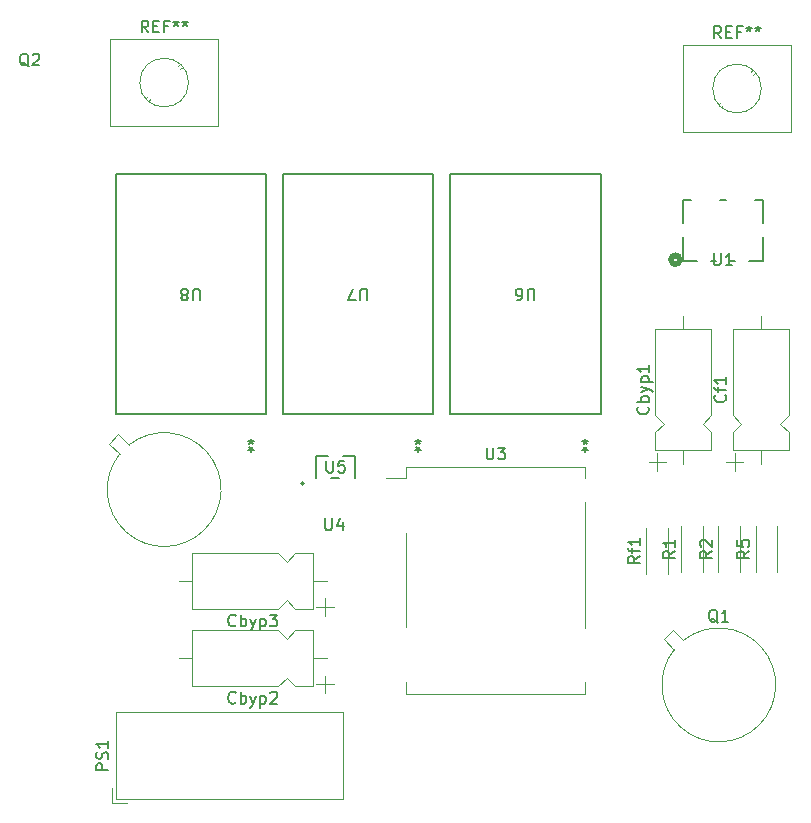
<source format=gbr>
%TF.GenerationSoftware,KiCad,Pcbnew,8.0.1*%
%TF.CreationDate,2024-03-27T00:26:10+01:00*%
%TF.ProjectId,recruitment,72656372-7569-4746-9d65-6e742e6b6963,V0*%
%TF.SameCoordinates,Original*%
%TF.FileFunction,Legend,Top*%
%TF.FilePolarity,Positive*%
%FSLAX46Y46*%
G04 Gerber Fmt 4.6, Leading zero omitted, Abs format (unit mm)*
G04 Created by KiCad (PCBNEW 8.0.1) date 2024-03-27 00:26:10*
%MOMM*%
%LPD*%
G01*
G04 APERTURE LIST*
%ADD10C,0.150000*%
%ADD11C,0.120000*%
%ADD12C,0.152400*%
%ADD13C,0.508000*%
G04 APERTURE END LIST*
D10*
X154016666Y-63004819D02*
X153683333Y-62528628D01*
X153445238Y-63004819D02*
X153445238Y-62004819D01*
X153445238Y-62004819D02*
X153826190Y-62004819D01*
X153826190Y-62004819D02*
X153921428Y-62052438D01*
X153921428Y-62052438D02*
X153969047Y-62100057D01*
X153969047Y-62100057D02*
X154016666Y-62195295D01*
X154016666Y-62195295D02*
X154016666Y-62338152D01*
X154016666Y-62338152D02*
X153969047Y-62433390D01*
X153969047Y-62433390D02*
X153921428Y-62481009D01*
X153921428Y-62481009D02*
X153826190Y-62528628D01*
X153826190Y-62528628D02*
X153445238Y-62528628D01*
X154445238Y-62481009D02*
X154778571Y-62481009D01*
X154921428Y-63004819D02*
X154445238Y-63004819D01*
X154445238Y-63004819D02*
X154445238Y-62004819D01*
X154445238Y-62004819D02*
X154921428Y-62004819D01*
X155683333Y-62481009D02*
X155350000Y-62481009D01*
X155350000Y-63004819D02*
X155350000Y-62004819D01*
X155350000Y-62004819D02*
X155826190Y-62004819D01*
X156350000Y-62004819D02*
X156350000Y-62242914D01*
X156111905Y-62147676D02*
X156350000Y-62242914D01*
X156350000Y-62242914D02*
X156588095Y-62147676D01*
X156207143Y-62433390D02*
X156350000Y-62242914D01*
X156350000Y-62242914D02*
X156492857Y-62433390D01*
X157111905Y-62004819D02*
X157111905Y-62242914D01*
X156873810Y-62147676D02*
X157111905Y-62242914D01*
X157111905Y-62242914D02*
X157350000Y-62147676D01*
X156969048Y-62433390D02*
X157111905Y-62242914D01*
X157111905Y-62242914D02*
X157254762Y-62433390D01*
X105516666Y-62504819D02*
X105183333Y-62028628D01*
X104945238Y-62504819D02*
X104945238Y-61504819D01*
X104945238Y-61504819D02*
X105326190Y-61504819D01*
X105326190Y-61504819D02*
X105421428Y-61552438D01*
X105421428Y-61552438D02*
X105469047Y-61600057D01*
X105469047Y-61600057D02*
X105516666Y-61695295D01*
X105516666Y-61695295D02*
X105516666Y-61838152D01*
X105516666Y-61838152D02*
X105469047Y-61933390D01*
X105469047Y-61933390D02*
X105421428Y-61981009D01*
X105421428Y-61981009D02*
X105326190Y-62028628D01*
X105326190Y-62028628D02*
X104945238Y-62028628D01*
X105945238Y-61981009D02*
X106278571Y-61981009D01*
X106421428Y-62504819D02*
X105945238Y-62504819D01*
X105945238Y-62504819D02*
X105945238Y-61504819D01*
X105945238Y-61504819D02*
X106421428Y-61504819D01*
X107183333Y-61981009D02*
X106850000Y-61981009D01*
X106850000Y-62504819D02*
X106850000Y-61504819D01*
X106850000Y-61504819D02*
X107326190Y-61504819D01*
X107850000Y-61504819D02*
X107850000Y-61742914D01*
X107611905Y-61647676D02*
X107850000Y-61742914D01*
X107850000Y-61742914D02*
X108088095Y-61647676D01*
X107707143Y-61933390D02*
X107850000Y-61742914D01*
X107850000Y-61742914D02*
X107992857Y-61933390D01*
X108611905Y-61504819D02*
X108611905Y-61742914D01*
X108373810Y-61647676D02*
X108611905Y-61742914D01*
X108611905Y-61742914D02*
X108850000Y-61647676D01*
X108469048Y-61933390D02*
X108611905Y-61742914D01*
X108611905Y-61742914D02*
X108754762Y-61933390D01*
X109874704Y-85207880D02*
X109874704Y-84398357D01*
X109874704Y-84398357D02*
X109827085Y-84303119D01*
X109827085Y-84303119D02*
X109779466Y-84255500D01*
X109779466Y-84255500D02*
X109684228Y-84207880D01*
X109684228Y-84207880D02*
X109493752Y-84207880D01*
X109493752Y-84207880D02*
X109398514Y-84255500D01*
X109398514Y-84255500D02*
X109350895Y-84303119D01*
X109350895Y-84303119D02*
X109303276Y-84398357D01*
X109303276Y-84398357D02*
X109303276Y-85207880D01*
X108684228Y-84779309D02*
X108779466Y-84826928D01*
X108779466Y-84826928D02*
X108827085Y-84874547D01*
X108827085Y-84874547D02*
X108874704Y-84969785D01*
X108874704Y-84969785D02*
X108874704Y-85017404D01*
X108874704Y-85017404D02*
X108827085Y-85112642D01*
X108827085Y-85112642D02*
X108779466Y-85160261D01*
X108779466Y-85160261D02*
X108684228Y-85207880D01*
X108684228Y-85207880D02*
X108493752Y-85207880D01*
X108493752Y-85207880D02*
X108398514Y-85160261D01*
X108398514Y-85160261D02*
X108350895Y-85112642D01*
X108350895Y-85112642D02*
X108303276Y-85017404D01*
X108303276Y-85017404D02*
X108303276Y-84969785D01*
X108303276Y-84969785D02*
X108350895Y-84874547D01*
X108350895Y-84874547D02*
X108398514Y-84826928D01*
X108398514Y-84826928D02*
X108493752Y-84779309D01*
X108493752Y-84779309D02*
X108684228Y-84779309D01*
X108684228Y-84779309D02*
X108779466Y-84731690D01*
X108779466Y-84731690D02*
X108827085Y-84684071D01*
X108827085Y-84684071D02*
X108874704Y-84588833D01*
X108874704Y-84588833D02*
X108874704Y-84398357D01*
X108874704Y-84398357D02*
X108827085Y-84303119D01*
X108827085Y-84303119D02*
X108779466Y-84255500D01*
X108779466Y-84255500D02*
X108684228Y-84207880D01*
X108684228Y-84207880D02*
X108493752Y-84207880D01*
X108493752Y-84207880D02*
X108398514Y-84255500D01*
X108398514Y-84255500D02*
X108350895Y-84303119D01*
X108350895Y-84303119D02*
X108303276Y-84398357D01*
X108303276Y-84398357D02*
X108303276Y-84588833D01*
X108303276Y-84588833D02*
X108350895Y-84684071D01*
X108350895Y-84684071D02*
X108398514Y-84731690D01*
X108398514Y-84731690D02*
X108493752Y-84779309D01*
X114192800Y-96923352D02*
X114192800Y-97161447D01*
X113954705Y-97066209D02*
X114192800Y-97161447D01*
X114192800Y-97161447D02*
X114430895Y-97066209D01*
X114049943Y-97351923D02*
X114192800Y-97161447D01*
X114192800Y-97161447D02*
X114335657Y-97351923D01*
X114192799Y-98013713D02*
X114192799Y-97775618D01*
X114430894Y-97870856D02*
X114192799Y-97775618D01*
X114192799Y-97775618D02*
X113954704Y-97870856D01*
X114335656Y-97585142D02*
X114192799Y-97775618D01*
X114192799Y-97775618D02*
X114049942Y-97585142D01*
X124031904Y-85207880D02*
X124031904Y-84398357D01*
X124031904Y-84398357D02*
X123984285Y-84303119D01*
X123984285Y-84303119D02*
X123936666Y-84255500D01*
X123936666Y-84255500D02*
X123841428Y-84207880D01*
X123841428Y-84207880D02*
X123650952Y-84207880D01*
X123650952Y-84207880D02*
X123555714Y-84255500D01*
X123555714Y-84255500D02*
X123508095Y-84303119D01*
X123508095Y-84303119D02*
X123460476Y-84398357D01*
X123460476Y-84398357D02*
X123460476Y-85207880D01*
X123079523Y-85207880D02*
X122412857Y-85207880D01*
X122412857Y-85207880D02*
X122841428Y-84207880D01*
X128350000Y-96923352D02*
X128350000Y-97161447D01*
X128111905Y-97066209D02*
X128350000Y-97161447D01*
X128350000Y-97161447D02*
X128588095Y-97066209D01*
X128207143Y-97351923D02*
X128350000Y-97161447D01*
X128350000Y-97161447D02*
X128492857Y-97351923D01*
X128349999Y-98013713D02*
X128349999Y-97775618D01*
X128588094Y-97870856D02*
X128349999Y-97775618D01*
X128349999Y-97775618D02*
X128111904Y-97870856D01*
X128492856Y-97585142D02*
X128349999Y-97775618D01*
X128349999Y-97775618D02*
X128207142Y-97585142D01*
X138189104Y-85207880D02*
X138189104Y-84398357D01*
X138189104Y-84398357D02*
X138141485Y-84303119D01*
X138141485Y-84303119D02*
X138093866Y-84255500D01*
X138093866Y-84255500D02*
X137998628Y-84207880D01*
X137998628Y-84207880D02*
X137808152Y-84207880D01*
X137808152Y-84207880D02*
X137712914Y-84255500D01*
X137712914Y-84255500D02*
X137665295Y-84303119D01*
X137665295Y-84303119D02*
X137617676Y-84398357D01*
X137617676Y-84398357D02*
X137617676Y-85207880D01*
X136712914Y-85207880D02*
X136903390Y-85207880D01*
X136903390Y-85207880D02*
X136998628Y-85160261D01*
X136998628Y-85160261D02*
X137046247Y-85112642D01*
X137046247Y-85112642D02*
X137141485Y-84969785D01*
X137141485Y-84969785D02*
X137189104Y-84779309D01*
X137189104Y-84779309D02*
X137189104Y-84398357D01*
X137189104Y-84398357D02*
X137141485Y-84303119D01*
X137141485Y-84303119D02*
X137093866Y-84255500D01*
X137093866Y-84255500D02*
X136998628Y-84207880D01*
X136998628Y-84207880D02*
X136808152Y-84207880D01*
X136808152Y-84207880D02*
X136712914Y-84255500D01*
X136712914Y-84255500D02*
X136665295Y-84303119D01*
X136665295Y-84303119D02*
X136617676Y-84398357D01*
X136617676Y-84398357D02*
X136617676Y-84636452D01*
X136617676Y-84636452D02*
X136665295Y-84731690D01*
X136665295Y-84731690D02*
X136712914Y-84779309D01*
X136712914Y-84779309D02*
X136808152Y-84826928D01*
X136808152Y-84826928D02*
X136998628Y-84826928D01*
X136998628Y-84826928D02*
X137093866Y-84779309D01*
X137093866Y-84779309D02*
X137141485Y-84731690D01*
X137141485Y-84731690D02*
X137189104Y-84636452D01*
X142507200Y-96923352D02*
X142507200Y-97161447D01*
X142269105Y-97066209D02*
X142507200Y-97161447D01*
X142507200Y-97161447D02*
X142745295Y-97066209D01*
X142364343Y-97351923D02*
X142507200Y-97161447D01*
X142507200Y-97161447D02*
X142650057Y-97351923D01*
X142507199Y-98013713D02*
X142507199Y-97775618D01*
X142745294Y-97870856D02*
X142507199Y-97775618D01*
X142507199Y-97775618D02*
X142269104Y-97870856D01*
X142650056Y-97585142D02*
X142507199Y-97775618D01*
X142507199Y-97775618D02*
X142364342Y-97585142D01*
X120588095Y-98781619D02*
X120588095Y-99591142D01*
X120588095Y-99591142D02*
X120635714Y-99686380D01*
X120635714Y-99686380D02*
X120683333Y-99734000D01*
X120683333Y-99734000D02*
X120778571Y-99781619D01*
X120778571Y-99781619D02*
X120969047Y-99781619D01*
X120969047Y-99781619D02*
X121064285Y-99734000D01*
X121064285Y-99734000D02*
X121111904Y-99686380D01*
X121111904Y-99686380D02*
X121159523Y-99591142D01*
X121159523Y-99591142D02*
X121159523Y-98781619D01*
X122111904Y-98781619D02*
X121635714Y-98781619D01*
X121635714Y-98781619D02*
X121588095Y-99257809D01*
X121588095Y-99257809D02*
X121635714Y-99210190D01*
X121635714Y-99210190D02*
X121730952Y-99162571D01*
X121730952Y-99162571D02*
X121969047Y-99162571D01*
X121969047Y-99162571D02*
X122064285Y-99210190D01*
X122064285Y-99210190D02*
X122111904Y-99257809D01*
X122111904Y-99257809D02*
X122159523Y-99353047D01*
X122159523Y-99353047D02*
X122159523Y-99591142D01*
X122159523Y-99591142D02*
X122111904Y-99686380D01*
X122111904Y-99686380D02*
X122064285Y-99734000D01*
X122064285Y-99734000D02*
X121969047Y-99781619D01*
X121969047Y-99781619D02*
X121730952Y-99781619D01*
X121730952Y-99781619D02*
X121635714Y-99734000D01*
X121635714Y-99734000D02*
X121588095Y-99686380D01*
X120487895Y-103664818D02*
X120487895Y-104474341D01*
X120487895Y-104474341D02*
X120535514Y-104569579D01*
X120535514Y-104569579D02*
X120583133Y-104617199D01*
X120583133Y-104617199D02*
X120678371Y-104664818D01*
X120678371Y-104664818D02*
X120868847Y-104664818D01*
X120868847Y-104664818D02*
X120964085Y-104617199D01*
X120964085Y-104617199D02*
X121011704Y-104569579D01*
X121011704Y-104569579D02*
X121059323Y-104474341D01*
X121059323Y-104474341D02*
X121059323Y-103664818D01*
X121964085Y-103998151D02*
X121964085Y-104664818D01*
X121725990Y-103617199D02*
X121487895Y-104331484D01*
X121487895Y-104331484D02*
X122106942Y-104331484D01*
X134163095Y-97666819D02*
X134163095Y-98476342D01*
X134163095Y-98476342D02*
X134210714Y-98571580D01*
X134210714Y-98571580D02*
X134258333Y-98619200D01*
X134258333Y-98619200D02*
X134353571Y-98666819D01*
X134353571Y-98666819D02*
X134544047Y-98666819D01*
X134544047Y-98666819D02*
X134639285Y-98619200D01*
X134639285Y-98619200D02*
X134686904Y-98571580D01*
X134686904Y-98571580D02*
X134734523Y-98476342D01*
X134734523Y-98476342D02*
X134734523Y-97666819D01*
X135115476Y-97666819D02*
X135734523Y-97666819D01*
X135734523Y-97666819D02*
X135401190Y-98047771D01*
X135401190Y-98047771D02*
X135544047Y-98047771D01*
X135544047Y-98047771D02*
X135639285Y-98095390D01*
X135639285Y-98095390D02*
X135686904Y-98143009D01*
X135686904Y-98143009D02*
X135734523Y-98238247D01*
X135734523Y-98238247D02*
X135734523Y-98476342D01*
X135734523Y-98476342D02*
X135686904Y-98571580D01*
X135686904Y-98571580D02*
X135639285Y-98619200D01*
X135639285Y-98619200D02*
X135544047Y-98666819D01*
X135544047Y-98666819D02*
X135258333Y-98666819D01*
X135258333Y-98666819D02*
X135163095Y-98619200D01*
X135163095Y-98619200D02*
X135115476Y-98571580D01*
X153388095Y-81214819D02*
X153388095Y-82024342D01*
X153388095Y-82024342D02*
X153435714Y-82119580D01*
X153435714Y-82119580D02*
X153483333Y-82167200D01*
X153483333Y-82167200D02*
X153578571Y-82214819D01*
X153578571Y-82214819D02*
X153769047Y-82214819D01*
X153769047Y-82214819D02*
X153864285Y-82167200D01*
X153864285Y-82167200D02*
X153911904Y-82119580D01*
X153911904Y-82119580D02*
X153959523Y-82024342D01*
X153959523Y-82024342D02*
X153959523Y-81214819D01*
X154959523Y-82214819D02*
X154388095Y-82214819D01*
X154673809Y-82214819D02*
X154673809Y-81214819D01*
X154673809Y-81214819D02*
X154578571Y-81357676D01*
X154578571Y-81357676D02*
X154483333Y-81452914D01*
X154483333Y-81452914D02*
X154388095Y-81500533D01*
X147137319Y-106862381D02*
X146661128Y-107195714D01*
X147137319Y-107433809D02*
X146137319Y-107433809D01*
X146137319Y-107433809D02*
X146137319Y-107052857D01*
X146137319Y-107052857D02*
X146184938Y-106957619D01*
X146184938Y-106957619D02*
X146232557Y-106910000D01*
X146232557Y-106910000D02*
X146327795Y-106862381D01*
X146327795Y-106862381D02*
X146470652Y-106862381D01*
X146470652Y-106862381D02*
X146565890Y-106910000D01*
X146565890Y-106910000D02*
X146613509Y-106957619D01*
X146613509Y-106957619D02*
X146661128Y-107052857D01*
X146661128Y-107052857D02*
X146661128Y-107433809D01*
X146470652Y-106576666D02*
X146470652Y-106195714D01*
X147137319Y-106433809D02*
X146280176Y-106433809D01*
X146280176Y-106433809D02*
X146184938Y-106386190D01*
X146184938Y-106386190D02*
X146137319Y-106290952D01*
X146137319Y-106290952D02*
X146137319Y-106195714D01*
X147137319Y-105338571D02*
X147137319Y-105909999D01*
X147137319Y-105624285D02*
X146137319Y-105624285D01*
X146137319Y-105624285D02*
X146280176Y-105719523D01*
X146280176Y-105719523D02*
X146375414Y-105814761D01*
X146375414Y-105814761D02*
X146423033Y-105909999D01*
X156384819Y-106426666D02*
X155908628Y-106759999D01*
X156384819Y-106998094D02*
X155384819Y-106998094D01*
X155384819Y-106998094D02*
X155384819Y-106617142D01*
X155384819Y-106617142D02*
X155432438Y-106521904D01*
X155432438Y-106521904D02*
X155480057Y-106474285D01*
X155480057Y-106474285D02*
X155575295Y-106426666D01*
X155575295Y-106426666D02*
X155718152Y-106426666D01*
X155718152Y-106426666D02*
X155813390Y-106474285D01*
X155813390Y-106474285D02*
X155861009Y-106521904D01*
X155861009Y-106521904D02*
X155908628Y-106617142D01*
X155908628Y-106617142D02*
X155908628Y-106998094D01*
X155384819Y-105521904D02*
X155384819Y-105998094D01*
X155384819Y-105998094D02*
X155861009Y-106045713D01*
X155861009Y-106045713D02*
X155813390Y-105998094D01*
X155813390Y-105998094D02*
X155765771Y-105902856D01*
X155765771Y-105902856D02*
X155765771Y-105664761D01*
X155765771Y-105664761D02*
X155813390Y-105569523D01*
X155813390Y-105569523D02*
X155861009Y-105521904D01*
X155861009Y-105521904D02*
X155956247Y-105474285D01*
X155956247Y-105474285D02*
X156194342Y-105474285D01*
X156194342Y-105474285D02*
X156289580Y-105521904D01*
X156289580Y-105521904D02*
X156337200Y-105569523D01*
X156337200Y-105569523D02*
X156384819Y-105664761D01*
X156384819Y-105664761D02*
X156384819Y-105902856D01*
X156384819Y-105902856D02*
X156337200Y-105998094D01*
X156337200Y-105998094D02*
X156289580Y-106045713D01*
X153234819Y-106426666D02*
X152758628Y-106759999D01*
X153234819Y-106998094D02*
X152234819Y-106998094D01*
X152234819Y-106998094D02*
X152234819Y-106617142D01*
X152234819Y-106617142D02*
X152282438Y-106521904D01*
X152282438Y-106521904D02*
X152330057Y-106474285D01*
X152330057Y-106474285D02*
X152425295Y-106426666D01*
X152425295Y-106426666D02*
X152568152Y-106426666D01*
X152568152Y-106426666D02*
X152663390Y-106474285D01*
X152663390Y-106474285D02*
X152711009Y-106521904D01*
X152711009Y-106521904D02*
X152758628Y-106617142D01*
X152758628Y-106617142D02*
X152758628Y-106998094D01*
X152330057Y-106045713D02*
X152282438Y-105998094D01*
X152282438Y-105998094D02*
X152234819Y-105902856D01*
X152234819Y-105902856D02*
X152234819Y-105664761D01*
X152234819Y-105664761D02*
X152282438Y-105569523D01*
X152282438Y-105569523D02*
X152330057Y-105521904D01*
X152330057Y-105521904D02*
X152425295Y-105474285D01*
X152425295Y-105474285D02*
X152520533Y-105474285D01*
X152520533Y-105474285D02*
X152663390Y-105521904D01*
X152663390Y-105521904D02*
X153234819Y-106093332D01*
X153234819Y-106093332D02*
X153234819Y-105474285D01*
X150084819Y-106426666D02*
X149608628Y-106759999D01*
X150084819Y-106998094D02*
X149084819Y-106998094D01*
X149084819Y-106998094D02*
X149084819Y-106617142D01*
X149084819Y-106617142D02*
X149132438Y-106521904D01*
X149132438Y-106521904D02*
X149180057Y-106474285D01*
X149180057Y-106474285D02*
X149275295Y-106426666D01*
X149275295Y-106426666D02*
X149418152Y-106426666D01*
X149418152Y-106426666D02*
X149513390Y-106474285D01*
X149513390Y-106474285D02*
X149561009Y-106521904D01*
X149561009Y-106521904D02*
X149608628Y-106617142D01*
X149608628Y-106617142D02*
X149608628Y-106998094D01*
X150084819Y-105474285D02*
X150084819Y-106045713D01*
X150084819Y-105759999D02*
X149084819Y-105759999D01*
X149084819Y-105759999D02*
X149227676Y-105855237D01*
X149227676Y-105855237D02*
X149322914Y-105950475D01*
X149322914Y-105950475D02*
X149370533Y-106045713D01*
X95376962Y-65396757D02*
X95281724Y-65349138D01*
X95281724Y-65349138D02*
X95186486Y-65253900D01*
X95186486Y-65253900D02*
X95043629Y-65111042D01*
X95043629Y-65111042D02*
X94948391Y-65063423D01*
X94948391Y-65063423D02*
X94853153Y-65063423D01*
X94900772Y-65301519D02*
X94805534Y-65253900D01*
X94805534Y-65253900D02*
X94710296Y-65158661D01*
X94710296Y-65158661D02*
X94662677Y-64968185D01*
X94662677Y-64968185D02*
X94662677Y-64634852D01*
X94662677Y-64634852D02*
X94710296Y-64444376D01*
X94710296Y-64444376D02*
X94805534Y-64349138D01*
X94805534Y-64349138D02*
X94900772Y-64301519D01*
X94900772Y-64301519D02*
X95091248Y-64301519D01*
X95091248Y-64301519D02*
X95186486Y-64349138D01*
X95186486Y-64349138D02*
X95281724Y-64444376D01*
X95281724Y-64444376D02*
X95329343Y-64634852D01*
X95329343Y-64634852D02*
X95329343Y-64968185D01*
X95329343Y-64968185D02*
X95281724Y-65158661D01*
X95281724Y-65158661D02*
X95186486Y-65253900D01*
X95186486Y-65253900D02*
X95091248Y-65301519D01*
X95091248Y-65301519D02*
X94900772Y-65301519D01*
X95710296Y-64396757D02*
X95757915Y-64349138D01*
X95757915Y-64349138D02*
X95853153Y-64301519D01*
X95853153Y-64301519D02*
X96091248Y-64301519D01*
X96091248Y-64301519D02*
X96186486Y-64349138D01*
X96186486Y-64349138D02*
X96234105Y-64396757D01*
X96234105Y-64396757D02*
X96281724Y-64491995D01*
X96281724Y-64491995D02*
X96281724Y-64587233D01*
X96281724Y-64587233D02*
X96234105Y-64730090D01*
X96234105Y-64730090D02*
X95662677Y-65301519D01*
X95662677Y-65301519D02*
X96281724Y-65301519D01*
X153714761Y-112490057D02*
X153619523Y-112442438D01*
X153619523Y-112442438D02*
X153524285Y-112347200D01*
X153524285Y-112347200D02*
X153381428Y-112204342D01*
X153381428Y-112204342D02*
X153286190Y-112156723D01*
X153286190Y-112156723D02*
X153190952Y-112156723D01*
X153238571Y-112394819D02*
X153143333Y-112347200D01*
X153143333Y-112347200D02*
X153048095Y-112251961D01*
X153048095Y-112251961D02*
X153000476Y-112061485D01*
X153000476Y-112061485D02*
X153000476Y-111728152D01*
X153000476Y-111728152D02*
X153048095Y-111537676D01*
X153048095Y-111537676D02*
X153143333Y-111442438D01*
X153143333Y-111442438D02*
X153238571Y-111394819D01*
X153238571Y-111394819D02*
X153429047Y-111394819D01*
X153429047Y-111394819D02*
X153524285Y-111442438D01*
X153524285Y-111442438D02*
X153619523Y-111537676D01*
X153619523Y-111537676D02*
X153667142Y-111728152D01*
X153667142Y-111728152D02*
X153667142Y-112061485D01*
X153667142Y-112061485D02*
X153619523Y-112251961D01*
X153619523Y-112251961D02*
X153524285Y-112347200D01*
X153524285Y-112347200D02*
X153429047Y-112394819D01*
X153429047Y-112394819D02*
X153238571Y-112394819D01*
X154619523Y-112394819D02*
X154048095Y-112394819D01*
X154333809Y-112394819D02*
X154333809Y-111394819D01*
X154333809Y-111394819D02*
X154238571Y-111537676D01*
X154238571Y-111537676D02*
X154143333Y-111632914D01*
X154143333Y-111632914D02*
X154048095Y-111680533D01*
X102104819Y-124974285D02*
X101104819Y-124974285D01*
X101104819Y-124974285D02*
X101104819Y-124593333D01*
X101104819Y-124593333D02*
X101152438Y-124498095D01*
X101152438Y-124498095D02*
X101200057Y-124450476D01*
X101200057Y-124450476D02*
X101295295Y-124402857D01*
X101295295Y-124402857D02*
X101438152Y-124402857D01*
X101438152Y-124402857D02*
X101533390Y-124450476D01*
X101533390Y-124450476D02*
X101581009Y-124498095D01*
X101581009Y-124498095D02*
X101628628Y-124593333D01*
X101628628Y-124593333D02*
X101628628Y-124974285D01*
X102057200Y-124021904D02*
X102104819Y-123879047D01*
X102104819Y-123879047D02*
X102104819Y-123640952D01*
X102104819Y-123640952D02*
X102057200Y-123545714D01*
X102057200Y-123545714D02*
X102009580Y-123498095D01*
X102009580Y-123498095D02*
X101914342Y-123450476D01*
X101914342Y-123450476D02*
X101819104Y-123450476D01*
X101819104Y-123450476D02*
X101723866Y-123498095D01*
X101723866Y-123498095D02*
X101676247Y-123545714D01*
X101676247Y-123545714D02*
X101628628Y-123640952D01*
X101628628Y-123640952D02*
X101581009Y-123831428D01*
X101581009Y-123831428D02*
X101533390Y-123926666D01*
X101533390Y-123926666D02*
X101485771Y-123974285D01*
X101485771Y-123974285D02*
X101390533Y-124021904D01*
X101390533Y-124021904D02*
X101295295Y-124021904D01*
X101295295Y-124021904D02*
X101200057Y-123974285D01*
X101200057Y-123974285D02*
X101152438Y-123926666D01*
X101152438Y-123926666D02*
X101104819Y-123831428D01*
X101104819Y-123831428D02*
X101104819Y-123593333D01*
X101104819Y-123593333D02*
X101152438Y-123450476D01*
X102104819Y-122498095D02*
X102104819Y-123069523D01*
X102104819Y-122783809D02*
X101104819Y-122783809D01*
X101104819Y-122783809D02*
X101247676Y-122879047D01*
X101247676Y-122879047D02*
X101342914Y-122974285D01*
X101342914Y-122974285D02*
X101390533Y-123069523D01*
X154339580Y-93212381D02*
X154387200Y-93260000D01*
X154387200Y-93260000D02*
X154434819Y-93402857D01*
X154434819Y-93402857D02*
X154434819Y-93498095D01*
X154434819Y-93498095D02*
X154387200Y-93640952D01*
X154387200Y-93640952D02*
X154291961Y-93736190D01*
X154291961Y-93736190D02*
X154196723Y-93783809D01*
X154196723Y-93783809D02*
X154006247Y-93831428D01*
X154006247Y-93831428D02*
X153863390Y-93831428D01*
X153863390Y-93831428D02*
X153672914Y-93783809D01*
X153672914Y-93783809D02*
X153577676Y-93736190D01*
X153577676Y-93736190D02*
X153482438Y-93640952D01*
X153482438Y-93640952D02*
X153434819Y-93498095D01*
X153434819Y-93498095D02*
X153434819Y-93402857D01*
X153434819Y-93402857D02*
X153482438Y-93260000D01*
X153482438Y-93260000D02*
X153530057Y-93212381D01*
X153768152Y-92926666D02*
X153768152Y-92545714D01*
X154434819Y-92783809D02*
X153577676Y-92783809D01*
X153577676Y-92783809D02*
X153482438Y-92736190D01*
X153482438Y-92736190D02*
X153434819Y-92640952D01*
X153434819Y-92640952D02*
X153434819Y-92545714D01*
X154434819Y-91688571D02*
X154434819Y-92259999D01*
X154434819Y-91974285D02*
X153434819Y-91974285D01*
X153434819Y-91974285D02*
X153577676Y-92069523D01*
X153577676Y-92069523D02*
X153672914Y-92164761D01*
X153672914Y-92164761D02*
X153720533Y-92259999D01*
X112897618Y-112712080D02*
X112849999Y-112759700D01*
X112849999Y-112759700D02*
X112707142Y-112807319D01*
X112707142Y-112807319D02*
X112611904Y-112807319D01*
X112611904Y-112807319D02*
X112469047Y-112759700D01*
X112469047Y-112759700D02*
X112373809Y-112664461D01*
X112373809Y-112664461D02*
X112326190Y-112569223D01*
X112326190Y-112569223D02*
X112278571Y-112378747D01*
X112278571Y-112378747D02*
X112278571Y-112235890D01*
X112278571Y-112235890D02*
X112326190Y-112045414D01*
X112326190Y-112045414D02*
X112373809Y-111950176D01*
X112373809Y-111950176D02*
X112469047Y-111854938D01*
X112469047Y-111854938D02*
X112611904Y-111807319D01*
X112611904Y-111807319D02*
X112707142Y-111807319D01*
X112707142Y-111807319D02*
X112849999Y-111854938D01*
X112849999Y-111854938D02*
X112897618Y-111902557D01*
X113326190Y-112807319D02*
X113326190Y-111807319D01*
X113326190Y-112188271D02*
X113421428Y-112140652D01*
X113421428Y-112140652D02*
X113611904Y-112140652D01*
X113611904Y-112140652D02*
X113707142Y-112188271D01*
X113707142Y-112188271D02*
X113754761Y-112235890D01*
X113754761Y-112235890D02*
X113802380Y-112331128D01*
X113802380Y-112331128D02*
X113802380Y-112616842D01*
X113802380Y-112616842D02*
X113754761Y-112712080D01*
X113754761Y-112712080D02*
X113707142Y-112759700D01*
X113707142Y-112759700D02*
X113611904Y-112807319D01*
X113611904Y-112807319D02*
X113421428Y-112807319D01*
X113421428Y-112807319D02*
X113326190Y-112759700D01*
X114135714Y-112140652D02*
X114373809Y-112807319D01*
X114611904Y-112140652D02*
X114373809Y-112807319D01*
X114373809Y-112807319D02*
X114278571Y-113045414D01*
X114278571Y-113045414D02*
X114230952Y-113093033D01*
X114230952Y-113093033D02*
X114135714Y-113140652D01*
X114992857Y-112140652D02*
X114992857Y-113140652D01*
X114992857Y-112188271D02*
X115088095Y-112140652D01*
X115088095Y-112140652D02*
X115278571Y-112140652D01*
X115278571Y-112140652D02*
X115373809Y-112188271D01*
X115373809Y-112188271D02*
X115421428Y-112235890D01*
X115421428Y-112235890D02*
X115469047Y-112331128D01*
X115469047Y-112331128D02*
X115469047Y-112616842D01*
X115469047Y-112616842D02*
X115421428Y-112712080D01*
X115421428Y-112712080D02*
X115373809Y-112759700D01*
X115373809Y-112759700D02*
X115278571Y-112807319D01*
X115278571Y-112807319D02*
X115088095Y-112807319D01*
X115088095Y-112807319D02*
X114992857Y-112759700D01*
X115802381Y-111807319D02*
X116421428Y-111807319D01*
X116421428Y-111807319D02*
X116088095Y-112188271D01*
X116088095Y-112188271D02*
X116230952Y-112188271D01*
X116230952Y-112188271D02*
X116326190Y-112235890D01*
X116326190Y-112235890D02*
X116373809Y-112283509D01*
X116373809Y-112283509D02*
X116421428Y-112378747D01*
X116421428Y-112378747D02*
X116421428Y-112616842D01*
X116421428Y-112616842D02*
X116373809Y-112712080D01*
X116373809Y-112712080D02*
X116326190Y-112759700D01*
X116326190Y-112759700D02*
X116230952Y-112807319D01*
X116230952Y-112807319D02*
X115945238Y-112807319D01*
X115945238Y-112807319D02*
X115850000Y-112759700D01*
X115850000Y-112759700D02*
X115802381Y-112712080D01*
X112897618Y-119247080D02*
X112849999Y-119294700D01*
X112849999Y-119294700D02*
X112707142Y-119342319D01*
X112707142Y-119342319D02*
X112611904Y-119342319D01*
X112611904Y-119342319D02*
X112469047Y-119294700D01*
X112469047Y-119294700D02*
X112373809Y-119199461D01*
X112373809Y-119199461D02*
X112326190Y-119104223D01*
X112326190Y-119104223D02*
X112278571Y-118913747D01*
X112278571Y-118913747D02*
X112278571Y-118770890D01*
X112278571Y-118770890D02*
X112326190Y-118580414D01*
X112326190Y-118580414D02*
X112373809Y-118485176D01*
X112373809Y-118485176D02*
X112469047Y-118389938D01*
X112469047Y-118389938D02*
X112611904Y-118342319D01*
X112611904Y-118342319D02*
X112707142Y-118342319D01*
X112707142Y-118342319D02*
X112849999Y-118389938D01*
X112849999Y-118389938D02*
X112897618Y-118437557D01*
X113326190Y-119342319D02*
X113326190Y-118342319D01*
X113326190Y-118723271D02*
X113421428Y-118675652D01*
X113421428Y-118675652D02*
X113611904Y-118675652D01*
X113611904Y-118675652D02*
X113707142Y-118723271D01*
X113707142Y-118723271D02*
X113754761Y-118770890D01*
X113754761Y-118770890D02*
X113802380Y-118866128D01*
X113802380Y-118866128D02*
X113802380Y-119151842D01*
X113802380Y-119151842D02*
X113754761Y-119247080D01*
X113754761Y-119247080D02*
X113707142Y-119294700D01*
X113707142Y-119294700D02*
X113611904Y-119342319D01*
X113611904Y-119342319D02*
X113421428Y-119342319D01*
X113421428Y-119342319D02*
X113326190Y-119294700D01*
X114135714Y-118675652D02*
X114373809Y-119342319D01*
X114611904Y-118675652D02*
X114373809Y-119342319D01*
X114373809Y-119342319D02*
X114278571Y-119580414D01*
X114278571Y-119580414D02*
X114230952Y-119628033D01*
X114230952Y-119628033D02*
X114135714Y-119675652D01*
X114992857Y-118675652D02*
X114992857Y-119675652D01*
X114992857Y-118723271D02*
X115088095Y-118675652D01*
X115088095Y-118675652D02*
X115278571Y-118675652D01*
X115278571Y-118675652D02*
X115373809Y-118723271D01*
X115373809Y-118723271D02*
X115421428Y-118770890D01*
X115421428Y-118770890D02*
X115469047Y-118866128D01*
X115469047Y-118866128D02*
X115469047Y-119151842D01*
X115469047Y-119151842D02*
X115421428Y-119247080D01*
X115421428Y-119247080D02*
X115373809Y-119294700D01*
X115373809Y-119294700D02*
X115278571Y-119342319D01*
X115278571Y-119342319D02*
X115088095Y-119342319D01*
X115088095Y-119342319D02*
X114992857Y-119294700D01*
X115850000Y-118437557D02*
X115897619Y-118389938D01*
X115897619Y-118389938D02*
X115992857Y-118342319D01*
X115992857Y-118342319D02*
X116230952Y-118342319D01*
X116230952Y-118342319D02*
X116326190Y-118389938D01*
X116326190Y-118389938D02*
X116373809Y-118437557D01*
X116373809Y-118437557D02*
X116421428Y-118532795D01*
X116421428Y-118532795D02*
X116421428Y-118628033D01*
X116421428Y-118628033D02*
X116373809Y-118770890D01*
X116373809Y-118770890D02*
X115802381Y-119342319D01*
X115802381Y-119342319D02*
X116421428Y-119342319D01*
X147804580Y-94212381D02*
X147852200Y-94260000D01*
X147852200Y-94260000D02*
X147899819Y-94402857D01*
X147899819Y-94402857D02*
X147899819Y-94498095D01*
X147899819Y-94498095D02*
X147852200Y-94640952D01*
X147852200Y-94640952D02*
X147756961Y-94736190D01*
X147756961Y-94736190D02*
X147661723Y-94783809D01*
X147661723Y-94783809D02*
X147471247Y-94831428D01*
X147471247Y-94831428D02*
X147328390Y-94831428D01*
X147328390Y-94831428D02*
X147137914Y-94783809D01*
X147137914Y-94783809D02*
X147042676Y-94736190D01*
X147042676Y-94736190D02*
X146947438Y-94640952D01*
X146947438Y-94640952D02*
X146899819Y-94498095D01*
X146899819Y-94498095D02*
X146899819Y-94402857D01*
X146899819Y-94402857D02*
X146947438Y-94260000D01*
X146947438Y-94260000D02*
X146995057Y-94212381D01*
X147899819Y-93783809D02*
X146899819Y-93783809D01*
X147280771Y-93783809D02*
X147233152Y-93688571D01*
X147233152Y-93688571D02*
X147233152Y-93498095D01*
X147233152Y-93498095D02*
X147280771Y-93402857D01*
X147280771Y-93402857D02*
X147328390Y-93355238D01*
X147328390Y-93355238D02*
X147423628Y-93307619D01*
X147423628Y-93307619D02*
X147709342Y-93307619D01*
X147709342Y-93307619D02*
X147804580Y-93355238D01*
X147804580Y-93355238D02*
X147852200Y-93402857D01*
X147852200Y-93402857D02*
X147899819Y-93498095D01*
X147899819Y-93498095D02*
X147899819Y-93688571D01*
X147899819Y-93688571D02*
X147852200Y-93783809D01*
X147233152Y-92974285D02*
X147899819Y-92736190D01*
X147233152Y-92498095D02*
X147899819Y-92736190D01*
X147899819Y-92736190D02*
X148137914Y-92831428D01*
X148137914Y-92831428D02*
X148185533Y-92879047D01*
X148185533Y-92879047D02*
X148233152Y-92974285D01*
X147233152Y-92117142D02*
X148233152Y-92117142D01*
X147280771Y-92117142D02*
X147233152Y-92021904D01*
X147233152Y-92021904D02*
X147233152Y-91831428D01*
X147233152Y-91831428D02*
X147280771Y-91736190D01*
X147280771Y-91736190D02*
X147328390Y-91688571D01*
X147328390Y-91688571D02*
X147423628Y-91640952D01*
X147423628Y-91640952D02*
X147709342Y-91640952D01*
X147709342Y-91640952D02*
X147804580Y-91688571D01*
X147804580Y-91688571D02*
X147852200Y-91736190D01*
X147852200Y-91736190D02*
X147899819Y-91831428D01*
X147899819Y-91831428D02*
X147899819Y-92021904D01*
X147899819Y-92021904D02*
X147852200Y-92117142D01*
X147899819Y-90688571D02*
X147899819Y-91259999D01*
X147899819Y-90974285D02*
X146899819Y-90974285D01*
X146899819Y-90974285D02*
X147042676Y-91069523D01*
X147042676Y-91069523D02*
X147137914Y-91164761D01*
X147137914Y-91164761D02*
X147185533Y-91259999D01*
D11*
%TO.C,REF\u002A\u002A*%
X150790000Y-63550000D02*
X150790000Y-70970000D01*
X150790000Y-63550000D02*
X159910000Y-63550000D01*
X150790000Y-70970000D02*
X159910000Y-70970000D01*
X153974000Y-68384000D02*
X153787000Y-68571000D01*
X154182000Y-68679000D02*
X154038000Y-68823000D01*
X156662000Y-65697000D02*
X156518000Y-65841000D01*
X156913000Y-65949000D02*
X156726000Y-66135000D01*
X159910000Y-63550000D02*
X159910000Y-70970000D01*
X157410000Y-67260000D02*
G75*
G02*
X153290000Y-67260000I-2060000J0D01*
G01*
X153290000Y-67260000D02*
G75*
G02*
X157410000Y-67260000I2060000J0D01*
G01*
X102290000Y-63050000D02*
X102290000Y-70470000D01*
X102290000Y-63050000D02*
X111410000Y-63050000D01*
X102290000Y-70470000D02*
X111410000Y-70470000D01*
X105474000Y-67884000D02*
X105287000Y-68071000D01*
X105682000Y-68179000D02*
X105538000Y-68323000D01*
X108162000Y-65197000D02*
X108018000Y-65341000D01*
X108413000Y-65449000D02*
X108226000Y-65635000D01*
X111410000Y-63050000D02*
X111410000Y-70470000D01*
X108910000Y-66760000D02*
G75*
G02*
X104790000Y-66760000I-2060000J0D01*
G01*
X104790000Y-66760000D02*
G75*
G02*
X108910000Y-66760000I2060000J0D01*
G01*
D12*
%TO.C,U8*%
X115488200Y-74540800D02*
X102737400Y-74540800D01*
X102737400Y-74540800D02*
X102737400Y-94784600D01*
X102737400Y-94784600D02*
X115488200Y-94784600D01*
X115488200Y-94784600D02*
X115488200Y-74540800D01*
%TO.C,U7*%
X129645400Y-74540800D02*
X116894600Y-74540800D01*
X116894600Y-74540800D02*
X116894600Y-94784600D01*
X116894600Y-94784600D02*
X129645400Y-94784600D01*
X129645400Y-94784600D02*
X129645400Y-74540800D01*
%TO.C,U6*%
X143802600Y-74540800D02*
X131051800Y-74540800D01*
X131051800Y-74540800D02*
X131051800Y-94784600D01*
X131051800Y-94784600D02*
X143802600Y-94784600D01*
X143802600Y-94784600D02*
X143802600Y-74540800D01*
%TO.C,U5*%
X118683000Y-100698400D02*
G75*
G02*
X118429000Y-100698400I-127000J0D01*
G01*
X118429000Y-100698400D02*
G75*
G02*
X118683000Y-100698400I127000J0D01*
G01*
X121012139Y-100253900D02*
X121687861Y-100253900D01*
X123001000Y-100253900D02*
X123001000Y-98399700D01*
X123001000Y-98399700D02*
X121962140Y-98399700D01*
X119699000Y-98399700D02*
X119699000Y-100253900D01*
X120737860Y-98399700D02*
X119699000Y-98399700D01*
D11*
%TO.C,U3*%
X127365000Y-99270000D02*
X127365000Y-100230000D01*
X127365000Y-99270000D02*
X142485000Y-99270000D01*
X127365000Y-100230000D02*
X125675000Y-100230000D01*
X127365000Y-112880000D02*
X127365000Y-104880000D01*
X127365000Y-117530000D02*
X127365000Y-118490000D01*
X127365000Y-118490000D02*
X142485000Y-118490000D01*
X142485000Y-99270000D02*
X142485000Y-100230000D01*
X142485000Y-112910000D02*
X142485000Y-102310000D01*
X142485000Y-117530000D02*
X142485000Y-118490000D01*
D13*
%TO.C,U1*%
X150517800Y-81760000D02*
G75*
G02*
X149755800Y-81760000I-381000J0D01*
G01*
X149755800Y-81760000D02*
G75*
G02*
X150517800Y-81760000I381000J0D01*
G01*
D12*
X150771800Y-81837978D02*
X151963261Y-81837978D01*
X157528200Y-81837978D02*
X157528200Y-79869497D01*
X157528200Y-76681778D02*
X156884437Y-76681778D01*
X150771800Y-76681778D02*
X150771800Y-78650503D01*
X153136741Y-81837978D02*
X153563260Y-81837978D01*
X154736740Y-81837978D02*
X155163259Y-81837978D01*
X156336739Y-81837978D02*
X157528200Y-81837978D01*
X150771800Y-79869497D02*
X150771800Y-81837978D01*
X157528200Y-78650503D02*
X157528200Y-76681778D01*
X151415563Y-76681778D02*
X150771800Y-76681778D01*
X154415557Y-76681778D02*
X153884443Y-76681778D01*
D11*
%TO.C,Rf1*%
X147682500Y-108330000D02*
X147682500Y-104490000D01*
X149522500Y-108330000D02*
X149522500Y-104490000D01*
%TO.C,R5*%
X156930000Y-108180000D02*
X156930000Y-104340000D01*
X158770000Y-108180000D02*
X158770000Y-104340000D01*
%TO.C,R2*%
X153780000Y-108180000D02*
X153780000Y-104340000D01*
X155620000Y-108180000D02*
X155620000Y-104340000D01*
%TO.C,R1*%
X150630000Y-108180000D02*
X150630000Y-104340000D01*
X152470000Y-108180000D02*
X152470000Y-104340000D01*
%TO.C,Q2*%
X103852916Y-97445099D02*
G75*
G02*
X103075327Y-98222629I2997084J-3774901D01*
G01*
X103852916Y-97445098D02*
X102961961Y-96554144D01*
X102961961Y-96554144D02*
X102184144Y-97331961D01*
X102184144Y-97331961D02*
X103075098Y-98222916D01*
%TO.C,Q1*%
X149144144Y-113871961D02*
X150035098Y-114762916D01*
X149921961Y-113094144D02*
X149144144Y-113871961D01*
X150812916Y-113985098D02*
X149921961Y-113094144D01*
X150812916Y-113985099D02*
G75*
G02*
X150035327Y-114762629I2997084J-3774901D01*
G01*
%TO.C,PS1*%
X102440000Y-127730000D02*
X103690000Y-127730000D01*
X102740000Y-127430000D02*
X121960000Y-127430000D01*
X121960000Y-127430000D02*
X121960000Y-120090000D01*
X102440000Y-126480000D02*
X102440000Y-127730000D01*
X102740000Y-120090000D02*
X102740000Y-127430000D01*
X121960000Y-120090000D02*
X102740000Y-120090000D01*
%TO.C,Cf1*%
X157350000Y-86500000D02*
X157350000Y-87640000D01*
X154980000Y-87640000D02*
X159720000Y-87640000D01*
X159720000Y-94880000D02*
X159720000Y-87640000D01*
X154980000Y-94880000D02*
X154980000Y-87640000D01*
X158970000Y-95630000D02*
X159720000Y-94880000D01*
X155730000Y-95630000D02*
X154980000Y-94880000D01*
X159720000Y-96380000D02*
X158970000Y-95630000D01*
X154980000Y-96380000D02*
X155730000Y-95630000D01*
X159720000Y-97880000D02*
X159720000Y-96380000D01*
X154980000Y-97880000D02*
X154980000Y-96380000D01*
X154980000Y-97880000D02*
X159720000Y-97880000D01*
X154400000Y-98880000D02*
X155900000Y-98880000D01*
X157350000Y-99020000D02*
X157350000Y-97880000D01*
X155150000Y-99630000D02*
X155150000Y-98130000D01*
%TO.C,Cbyp3*%
X108090000Y-108982500D02*
X109230000Y-108982500D01*
X109230000Y-111352500D02*
X109230000Y-106612500D01*
X116470000Y-106612500D02*
X109230000Y-106612500D01*
X116470000Y-111352500D02*
X109230000Y-111352500D01*
X117220000Y-107362500D02*
X116470000Y-106612500D01*
X117220000Y-110602500D02*
X116470000Y-111352500D01*
X117970000Y-106612500D02*
X117220000Y-107362500D01*
X117970000Y-111352500D02*
X117220000Y-110602500D01*
X119470000Y-106612500D02*
X117970000Y-106612500D01*
X119470000Y-111352500D02*
X117970000Y-111352500D01*
X119470000Y-111352500D02*
X119470000Y-106612500D01*
X120470000Y-111932500D02*
X120470000Y-110432500D01*
X120610000Y-108982500D02*
X119470000Y-108982500D01*
X121220000Y-111182500D02*
X119720000Y-111182500D01*
%TO.C,Cbyp2*%
X108090000Y-115517500D02*
X109230000Y-115517500D01*
X109230000Y-117887500D02*
X109230000Y-113147500D01*
X116470000Y-113147500D02*
X109230000Y-113147500D01*
X116470000Y-117887500D02*
X109230000Y-117887500D01*
X117220000Y-113897500D02*
X116470000Y-113147500D01*
X117220000Y-117137500D02*
X116470000Y-117887500D01*
X117970000Y-113147500D02*
X117220000Y-113897500D01*
X117970000Y-117887500D02*
X117220000Y-117137500D01*
X119470000Y-113147500D02*
X117970000Y-113147500D01*
X119470000Y-117887500D02*
X117970000Y-117887500D01*
X119470000Y-117887500D02*
X119470000Y-113147500D01*
X120470000Y-118467500D02*
X120470000Y-116967500D01*
X120610000Y-115517500D02*
X119470000Y-115517500D01*
X121220000Y-117717500D02*
X119720000Y-117717500D01*
%TO.C,Cbyp1*%
X148615000Y-99630000D02*
X148615000Y-98130000D01*
X150815000Y-99020000D02*
X150815000Y-97880000D01*
X147865000Y-98880000D02*
X149365000Y-98880000D01*
X148445000Y-97880000D02*
X153185000Y-97880000D01*
X148445000Y-97880000D02*
X148445000Y-96380000D01*
X153185000Y-97880000D02*
X153185000Y-96380000D01*
X148445000Y-96380000D02*
X149195000Y-95630000D01*
X153185000Y-96380000D02*
X152435000Y-95630000D01*
X149195000Y-95630000D02*
X148445000Y-94880000D01*
X152435000Y-95630000D02*
X153185000Y-94880000D01*
X148445000Y-94880000D02*
X148445000Y-87640000D01*
X153185000Y-94880000D02*
X153185000Y-87640000D01*
X148445000Y-87640000D02*
X153185000Y-87640000D01*
X150815000Y-86500000D02*
X150815000Y-87640000D01*
%TD*%
M02*

</source>
